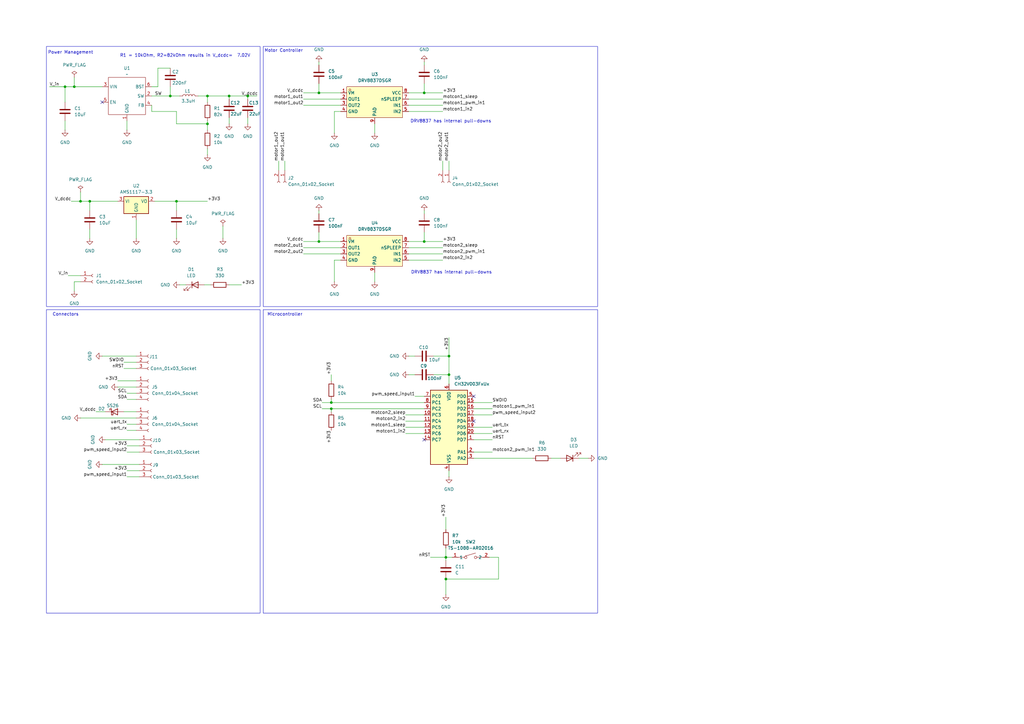
<source format=kicad_sch>
(kicad_sch (version 20250114) (generator "eeschema") (generator_version "9.0")
  (paper "A3")
  (lib_symbols
    (symbol "Connector:Conn_01x02_Socket" (pin_names (offset 1.016) (hide yes))
      (property "Reference" "J" (at 0 2.54 0))
      (property "Value" "Conn_01x02_Socket" (at 0 -5.08 0))
      (symbol "Conn_01x02_Socket_1_1"
        (polyline (pts (xy -1.27 0) (xy -0.508 0)) (stroke (width 0.1524)))
        (polyline (pts (xy -1.27 -2.54) (xy -0.508 -2.54)) (stroke (width 0.1524)))
        (arc (start 0 -0.508) (mid -0.5058 0) (end 0 0.508) (stroke (width 0.1524)))
        (arc (start 0 -3.048) (mid -0.5058 -2.54) (end 0 -2.032) (stroke (width 0.1524)))
        (pin passive line (at -5.08 0 0) (length 3.81) (name "Pin_1") (number "1"))
        (pin passive line (at -5.08 -2.54 0) (length 3.81) (name "Pin_2") (number "2"))
      )
    )
    (symbol "Connector:Conn_01x03_Socket" (pin_names (offset 1.016) (hide yes))
      (property "Reference" "J" (at 0 5.08 0))
      (property "Value" "Conn_01x03_Socket" (at 0 -5.08 0))
      (symbol "Conn_01x03_Socket_1_1"
        (polyline (pts (xy -1.27 2.54) (xy -0.508 2.54)) (stroke (width 0.1524)))
        (polyline (pts (xy -1.27 0) (xy -0.508 0)) (stroke (width 0.1524)))
        (polyline (pts (xy -1.27 -2.54) (xy -0.508 -2.54)) (stroke (width 0.1524)))
        (arc (start 0 2.032) (mid -0.5058 2.54) (end 0 3.048) (stroke (width 0.1524)))
        (arc (start 0 -0.508) (mid -0.5058 0) (end 0 0.508) (stroke (width 0.1524)))
        (arc (start 0 -3.048) (mid -0.5058 -2.54) (end 0 -2.032) (stroke (width 0.1524)))
        (pin passive line (at -5.08 2.54 0) (length 3.81) (name "Pin_1") (number "1"))
        (pin passive line (at -5.08 0 0) (length 3.81) (name "Pin_2") (number "2"))
        (pin passive line (at -5.08 -2.54 0) (length 3.81) (name "Pin_3") (number "3"))
      )
    )
    (symbol "Connector:Conn_01x04_Socket" (pin_names (offset 1.016) (hide yes))
      (property "Reference" "J" (at 0 5.08 0))
      (property "Value" "Conn_01x04_Socket" (at 0 -7.62 0))
      (symbol "Conn_01x04_Socket_1_1"
        (polyline (pts (xy -1.27 2.54) (xy -0.508 2.54)) (stroke (width 0.1524)))
        (polyline (pts (xy -1.27 0) (xy -0.508 0)) (stroke (width 0.1524)))
        (polyline (pts (xy -1.27 -2.54) (xy -0.508 -2.54)) (stroke (width 0.1524)))
        (polyline (pts (xy -1.27 -5.08) (xy -0.508 -5.08)) (stroke (width 0.1524)))
        (arc (start 0 2.032) (mid -0.5058 2.54) (end 0 3.048) (stroke (width 0.1524)))
        (arc (start 0 -0.508) (mid -0.5058 0) (end 0 0.508) (stroke (width 0.1524)))
        (arc (start 0 -3.048) (mid -0.5058 -2.54) (end 0 -2.032) (stroke (width 0.1524)))
        (arc (start 0 -5.588) (mid -0.5058 -5.08) (end 0 -4.572) (stroke (width 0.1524)))
        (pin passive line (at -5.08 2.54 0) (length 3.81) (name "Pin_1") (number "1"))
        (pin passive line (at -5.08 0 0) (length 3.81) (name "Pin_2") (number "2"))
        (pin passive line (at -5.08 -2.54 0) (length 3.81) (name "Pin_3") (number "3"))
        (pin passive line (at -5.08 -5.08 0) (length 3.81) (name "Pin_4") (number "4"))
      )
    )
    (symbol "Device:C" (pin_numbers (hide yes)) (pin_names (offset 0.254))
      (property "Reference" "C" (at 0.635 2.54 0))
      (property "Value" "C" (at 0.635 -2.54 0))
      (symbol "C_0_1"
        (polyline (pts (xy -2.032 0.762) (xy 2.032 0.762)) (stroke (width 0.508)))
        (polyline (pts (xy -2.032 -0.762) (xy 2.032 -0.762)) (stroke (width 0.508)))
      )
      (symbol "C_1_1"
        (pin passive line (at 0 3.81 270) (length 2.794) (name "~") (number "1"))
        (pin passive line (at 0 -3.81 90) (length 2.794) (name "~") (number "2"))
      )
    )
    (symbol "Device:L" (pin_numbers (hide yes)) (pin_names (offset 1.016) (hide yes))
      (property "Reference" "L" (at -1.27 0 90))
      (property "Value" "L" (at 1.905 0 90))
      (symbol "L_0_1"
        (arc (start 0 2.54) (mid 0.6323 1.905) (end 0 1.27))
        (arc (start 0 1.27) (mid 0.6323 0.635) (end 0 0))
        (arc (start 0 0) (mid 0.6323 -0.635) (end 0 -1.27))
        (arc (start 0 -1.27) (mid 0.6323 -1.905) (end 0 -2.54))
      )
      (symbol "L_1_1"
        (pin passive line (at 0 3.81 270) (length 1.27) (name "1") (number "1"))
        (pin passive line (at 0 -3.81 90) (length 1.27) (name "2") (number "2"))
      )
    )
    (symbol "Device:LED" (pin_numbers (hide yes)) (pin_names (offset 1.016) (hide yes))
      (property "Reference" "D" (at 0 2.54 0))
      (property "Value" "LED" (at 0 -2.54 0))
      (symbol "LED_0_1"
        (polyline (pts (xy -3.048 -0.762) (xy -4.572 -2.286) (xy -3.81 -2.286) (xy -4.572 -2.286) (xy -4.572 -1.524)))
        (polyline (pts (xy -1.778 -0.762) (xy -3.302 -2.286) (xy -2.54 -2.286) (xy -3.302 -2.286) (xy -3.302 -1.524)))
        (polyline (pts (xy -1.27 0) (xy 1.27 0)))
        (polyline (pts (xy -1.27 -1.27) (xy -1.27 1.27)) (stroke (width 0.254)))
        (polyline (pts (xy 1.27 -1.27) (xy 1.27 1.27) (xy -1.27 0) (xy 1.27 -1.27)) (stroke (width 0.254)))
      )
      (symbol "LED_1_1"
        (pin passive line (at -3.81 0 0) (length 2.54) (name "K") (number "1"))
        (pin passive line (at 3.81 0 180) (length 2.54) (name "A") (number "2"))
      )
    )
    (symbol "Device:R" (pin_numbers (hide yes)) (pin_names (offset 0))
      (property "Reference" "R" (at 2.032 0 90))
      (property "Value" "R" (at 0 0 90))
      (symbol "R_0_1"
        (rectangle (start -1.016 -2.54) (end 1.016 2.54) (stroke (width 0.254)))
      )
      (symbol "R_1_1"
        (pin passive line (at 0 3.81 270) (length 1.27) (name "~") (number "1"))
        (pin passive line (at 0 -3.81 90) (length 1.27) (name "~") (number "2"))
      )
    )
    (symbol "Diode:SS26" (pin_numbers (hide yes)) (pin_names (offset 1.016) (hide yes))
      (property "Reference" "D" (at 0 2.54 0))
      (property "Value" "SS26" (at 0 -2.54 0))
      (symbol "SS26_0_1"
        (polyline (pts (xy -1.905 0.635) (xy -1.905 1.27) (xy -1.27 1.27) (xy -1.27 -1.27) (xy -0.635 -1.27) (xy -0.635 -0.635)) (stroke (width 0.254)))
        (polyline (pts (xy 1.27 1.27) (xy 1.27 -1.27) (xy -1.27 0) (xy 1.27 1.27)) (stroke (width 0.254)))
        (polyline (pts (xy 1.27 0) (xy -1.27 0)))
      )
      (symbol "SS26_1_1"
        (pin passive line (at -3.81 0 0) (length 2.54) (name "K") (number "1"))
        (pin passive line (at 3.81 0 180) (length 2.54) (name "A") (number "2"))
      )
    )
    (symbol "MCU_WCH_CH32V0:CH32V003FxUx"
      (property "Reference" "U" (at -7.62 17.78 0))
      (property "Value" "CH32V003FxUx" (at 7.62 17.78 0))
      (symbol "CH32V003FxUx_1_1"
        (rectangle (start -7.62 15.24) (end 7.62 -15.24) (stroke (width 0.254)) (fill (type background)))
        (pin bidirectional line (at -10.16 12.7 0) (length 2.54) (name "PC0") (number "7"))
        (pin bidirectional line (at -10.16 10.16 0) (length 2.54) (name "PC1") (number "8"))
        (pin bidirectional line (at -10.16 7.62 0) (length 2.54) (name "PC2") (number "9"))
        (pin bidirectional line (at -10.16 5.08 0) (length 2.54) (name "PC3") (number "10"))
        (pin bidirectional line (at -10.16 2.54 0) (length 2.54) (name "PC4") (number "11"))
        (pin bidirectional line (at -10.16 0 0) (length 2.54) (name "PC5") (number "12"))
        (pin bidirectional line (at -10.16 -2.54 0) (length 2.54) (name "PC6") (number "13"))
        (pin bidirectional line (at -10.16 -5.08 0) (length 2.54) (name "PC7") (number "14"))
        (pin power_in line (at 0 17.78 270) (length 2.54) (name "VDD") (number "6"))
        (pin passive line (at 0 -17.78 90) (length 2.54) (hide yes) (name "VSS") (number "21"))
        (pin power_in line (at 0 -17.78 90) (length 2.54) (name "VSS") (number "4"))
        (pin bidirectional line (at 10.16 12.7 180) (length 2.54) (name "PD0") (number "5"))
        (pin bidirectional line (at 10.16 10.16 180) (length 2.54) (name "PD1") (number "15"))
        (pin bidirectional line (at 10.16 7.62 180) (length 2.54) (name "PD2") (number "16"))
        (pin bidirectional line (at 10.16 5.08 180) (length 2.54) (name "PD3") (number "17"))
        (pin bidirectional line (at 10.16 2.54 180) (length 2.54) (name "PD4") (number "18"))
        (pin bidirectional line (at 10.16 0 180) (length 2.54) (name "PD5") (number "19"))
        (pin bidirectional line (at 10.16 -2.54 180) (length 2.54) (name "PD6") (number "20"))
        (pin bidirectional line (at 10.16 -5.08 180) (length 2.54) (name "PD7") (number "1"))
        (pin bidirectional line (at 10.16 -10.16 180) (length 2.54) (name "PA1") (number "2"))
        (pin bidirectional line (at 10.16 -12.7 180) (length 2.54) (name "PA2") (number "3"))
      )
    )
    (symbol "Regulator_Linear:AMS1117-3.3"
      (property "Reference" "U" (at -3.81 3.175 0))
      (property "Value" "AMS1117-3.3" (at 0 3.175 0))
      (symbol "AMS1117-3.3_0_1"
        (rectangle (start -5.08 -5.08) (end 5.08 1.905) (stroke (width 0.254)) (fill (type background)))
      )
      (symbol "AMS1117-3.3_1_1"
        (pin power_in line (at -7.62 0 0) (length 2.54) (name "VI") (number "3"))
        (pin power_in line (at 0 -7.62 90) (length 2.54) (name "GND") (number "1"))
        (pin power_out line (at 7.62 0 180) (length 2.54) (name "VO") (number "2"))
      )
    )
    (symbol "libs:AP62300"
      (property "Reference" "U" (at 0 0 0))
      (symbol "AP62300_0_1"
        (rectangle (start 7.62 -3.81) (end 22.86 -19.05))
      )
      (symbol "AP62300_1_1"
        (pin passive line (at 5.08 -7.62 0) (length 2.54) (name "VIN") (number "3"))
        (pin passive line (at 5.08 -13.97 0) (length 2.54) (name "EN") (number "5"))
        (pin passive line (at 15.24 -21.59 90) (length 2.54) (name "GND") (number "1"))
        (pin passive line (at 25.4 -7.62 180) (length 2.54) (name "BST") (number "6"))
        (pin passive line (at 25.4 -11.43 180) (length 2.54) (name "SW") (number "2"))
        (pin passive line (at 25.4 -15.24 180) (length 2.54) (name "FB") (number "4"))
      )
    )
    (symbol "libs:DRV8837DSGR"
      (property "Reference" "U" (at 0 8.89 0))
      (property "Value" "DRV8837DSGR" (at 0 11.43 0))
      (symbol "DRV8837DSGR_0_1"
        (rectangle (start -11.43 6.35) (end 11.43 -6.35) (fill (type background)))
        (circle (center -10.16 5.08) (radius 0.38))
        (pin passive line (at -13.97 3.81 0) (length 2.54) (name "VM") (number "1"))
        (pin passive line (at -13.97 1.27 0) (length 2.54) (name "OUT1") (number "2"))
        (pin passive line (at -13.97 -1.27 0) (length 2.54) (name "OUT2") (number "3"))
        (pin passive line (at -13.97 -3.81 0) (length 2.54) (name "GND") (number "4"))
        (pin passive line (at 13.97 3.81 180) (length 2.54) (name "VCC") (number "8"))
        (pin passive line (at 13.97 1.27 180) (length 2.54) (name "nSPLEEP") (number "7"))
        (pin passive line (at 13.97 -1.27 180) (length 2.54) (name "IN1") (number "6"))
        (pin passive line (at 13.97 -3.81 180) (length 2.54) (name "IN2") (number "5"))
      )
      (symbol "DRV8837DSGR_1_1"
        (pin passive line (at 0 -8.89 90) (length 2.54) (name "PAD") (number "9"))
      )
    )
    (symbol "libs:TS-1088-AR02016"
      (property "Reference" "SW" (at 0 5.08 0))
      (property "Value" "TS-1088-AR02016" (at 0 -5.08 0))
      (symbol "TS-1088-AR02016_0_1"
        (polyline (pts (xy -5.08 0) (xy -2.54 0)))
        (polyline (pts (xy -2.29 0.51) (xy 2.03 1.78)))
        (circle (center -2.03 0) (radius 0.51))
        (circle (center 2.03 0) (radius 0.51))
        (polyline (pts (xy 5.08 0) (xy 2.54 0)))
        (pin unspecified line (at -7.62 0 0) (length 2.54) (name "1") (number "1"))
        (pin unspecified line (at 7.62 0 180) (length 2.54) (name "2") (number "2"))
      )
    )
    (symbol "power:GND" (power) (pin_numbers (hide yes)) (pin_names (offset 0) (hide yes))
      (property "Value" "GND" (at 0 -3.81 0))
      (symbol "GND_0_1"
        (polyline (pts (xy 0 0) (xy 0 -1.27) (xy 1.27 -1.27) (xy 0 -2.54) (xy -1.27 -1.27) (xy 0 -1.27)))
      )
      (symbol "GND_1_1"
        (pin power_in line (at 0 0 270) (length 0) (name "~") (number "1"))
      )
    )
    (symbol "power:PWR_FLAG" (power) (pin_numbers (hide yes)) (pin_names (offset 0) (hide yes))
      (property "Value" "PWR_FLAG" (at 0 3.81 0))
      (symbol "PWR_FLAG_0_0"
        (pin power_out line (at 0 0 90) (length 0) (name "~") (number "1"))
      )
      (symbol "PWR_FLAG_0_1"
        (polyline (pts (xy 0 0) (xy 0 1.27) (xy -1.016 1.905) (xy 0 2.54) (xy 1.016 1.905) (xy 0 1.27)))
      )
    )
  )
  (rectangle (start 19.05 19.05) (end 106.68 125.73))
  (rectangle (start 107.95 127) (end 245.11 251.46))
  (rectangle (start 19.05 127) (end 106.68 251.46))
  (rectangle (start 107.95 19.05) (end 245.11 125.73))
  (text "Microcontroller" (at 116.84 129.032 0) (effects (font (size 1.27 1.27))))
  (text "Motor Controller" (at 116.332 20.828 0) (effects (font (size 1.27 1.27))))
  (text "DRV8837 has internal pull-downs" (at 185.166 111.76 0) (effects (font (size 1.27 1.27))))
  (text "R1 = 10kOhm, R2=82kOhm results in V_dcdc=  7.02V" (at 75.946 22.86 0) (effects (font (size 1.27 1.27))))
  (text "Power Management" (at 28.956 21.59 0) (effects (font (size 1.27 1.27))))
  (text "DRV8837 has internal pull-downs" (at 184.912 49.784 0) (effects (font (size 1.27 1.27))))
  (text "Connectors" (at 26.924 129.032 0) (effects (font (size 1.27 1.27))))
  (junction (at 182.88 237.49))
  (junction (at 33.02 82.55))
  (junction (at 101.6 39.37))
  (junction (at 130.81 38.1))
  (junction (at 93.98 39.37))
  (junction (at 184.15 146.05))
  (junction (at 130.81 99.06))
  (junction (at 69.85 39.37))
  (junction (at 85.09 39.37))
  (junction (at 135.89 165.1))
  (junction (at 173.99 38.1))
  (junction (at 36.83 82.55))
  (junction (at 135.89 167.64))
  (junction (at 184.15 153.67))
  (junction (at 182.88 228.6))
  (junction (at 173.99 99.06))
  (junction (at 30.48 35.56))
  (junction (at 26.67 35.56))
  (junction (at 85.09 50.8))
  (junction (at 72.39 82.55))
  (no_connect (at 173.99 180.34))
  (no_connect (at 194.31 172.72))
  (no_connect (at 41.91 41.91))
  (no_connect (at 194.31 162.56))
  (wire (pts (xy 124.46 104.14) (xy 139.7 104.14)))
  (wire (pts (xy 101.6 48.26) (xy 101.6 50.8)))
  (wire (pts (xy 41.91 146.05) (xy 55.88 146.05)))
  (wire (pts (xy 184.15 193.04) (xy 184.15 195.58)))
  (wire (pts (xy 57.15 193.04) (xy 52.07 193.04)))
  (wire (pts (xy 167.64 104.14) (xy 181.61 104.14)))
  (wire (pts (xy 166.37 172.72) (xy 173.99 172.72)))
  (wire (pts (xy 33.02 171.45) (xy 55.88 171.45)))
  (wire (pts (xy 93.98 48.26) (xy 93.98 50.8)))
  (wire (pts (xy 130.81 25.4) (xy 130.81 26.67)))
  (wire (pts (xy 41.91 190.5) (xy 57.15 190.5)))
  (wire (pts (xy 91.44 92.71) (xy 91.44 97.79)))
  (wire (pts (xy 36.83 82.55) (xy 48.26 82.55)))
  (wire (pts (xy 81.28 39.37) (xy 85.09 39.37)))
  (wire (pts (xy 173.99 99.06) (xy 181.61 99.06)))
  (wire (pts (xy 167.64 38.1) (xy 173.99 38.1)))
  (wire (pts (xy 173.99 38.1) (xy 181.61 38.1)))
  (wire (pts (xy 135.89 163.83) (xy 135.89 165.1)))
  (wire (pts (xy 130.81 34.29) (xy 130.81 38.1)))
  (wire (pts (xy 62.23 39.37) (xy 69.85 39.37)))
  (wire (pts (xy 181.61 66.04) (xy 181.61 69.85)))
  (wire (pts (xy 182.88 228.6) (xy 185.42 228.6)))
  (wire (pts (xy 194.31 180.34) (xy 201.93 180.34)))
  (wire (pts (xy 194.31 167.64) (xy 201.93 167.64)))
  (wire (pts (xy 52.07 161.29) (xy 55.88 161.29)))
  (wire (pts (xy 101.6 39.37) (xy 105.41 39.37)))
  (wire (pts (xy 64.77 35.56) (xy 64.77 27.94)))
  (wire (pts (xy 20.32 35.56) (xy 26.67 35.56)))
  (wire (pts (xy 124.46 101.6) (xy 139.7 101.6)))
  (wire (pts (xy 33.02 78.74) (xy 33.02 82.55)))
  (wire (pts (xy 72.39 82.55) (xy 72.39 86.36)))
  (wire (pts (xy 62.23 35.56) (xy 64.77 35.56)))
  (wire (pts (xy 57.15 182.88) (xy 52.07 182.88)))
  (wire (pts (xy 50.8 168.91) (xy 55.88 168.91)))
  (wire (pts (xy 27.94 113.03) (xy 33.02 113.03)))
  (wire (pts (xy 132.08 165.1) (xy 135.89 165.1)))
  (wire (pts (xy 85.09 60.96) (xy 85.09 63.5)))
  (wire (pts (xy 135.89 167.64) (xy 173.99 167.64)))
  (wire (pts (xy 62.23 45.72) (xy 62.23 43.18)))
  (wire (pts (xy 184.15 146.05) (xy 184.15 153.67)))
  (wire (pts (xy 194.31 187.96) (xy 218.44 187.96)))
  (wire (pts (xy 64.77 27.94) (xy 69.85 27.94)))
  (wire (pts (xy 177.8 153.67) (xy 184.15 153.67)))
  (wire (pts (xy 170.18 162.56) (xy 173.99 162.56)))
  (wire (pts (xy 39.37 168.91) (xy 43.18 168.91)))
  (wire (pts (xy 85.09 49.53) (xy 85.09 50.8)))
  (wire (pts (xy 139.7 45.72) (xy 137.16 45.72)))
  (wire (pts (xy 57.15 185.42) (xy 52.07 185.42)))
  (wire (pts (xy 33.02 82.55) (xy 36.83 82.55)))
  (wire (pts (xy 130.81 38.1) (xy 139.7 38.1)))
  (wire (pts (xy 29.21 82.55) (xy 33.02 82.55)))
  (wire (pts (xy 184.15 66.04) (xy 184.15 69.85)))
  (wire (pts (xy 30.48 35.56) (xy 41.91 35.56)))
  (wire (pts (xy 124.46 99.06) (xy 130.81 99.06)))
  (wire (pts (xy 167.64 101.6) (xy 181.61 101.6)))
  (wire (pts (xy 30.48 115.57) (xy 30.48 119.38)))
  (wire (pts (xy 43.18 180.34) (xy 57.15 180.34)))
  (wire (pts (xy 130.81 99.06) (xy 139.7 99.06)))
  (wire (pts (xy 93.98 116.84) (xy 99.06 116.84)))
  (wire (pts (xy 167.64 45.72) (xy 181.61 45.72)))
  (wire (pts (xy 226.06 187.96) (xy 229.87 187.96)))
  (wire (pts (xy 184.15 153.67) (xy 184.15 157.48)))
  (wire (pts (xy 167.64 106.68) (xy 181.61 106.68)))
  (wire (pts (xy 167.64 146.05) (xy 170.18 146.05)))
  (wire (pts (xy 93.98 39.37) (xy 101.6 39.37)))
  (wire (pts (xy 69.85 39.37) (xy 73.66 39.37)))
  (wire (pts (xy 200.66 228.6) (xy 204.47 228.6)))
  (wire (pts (xy 57.15 195.58) (xy 52.07 195.58)))
  (wire (pts (xy 167.64 153.67) (xy 170.18 153.67)))
  (wire (pts (xy 63.5 82.55) (xy 72.39 82.55)))
  (wire (pts (xy 237.49 187.96) (xy 241.3 187.96)))
  (wire (pts (xy 85.09 39.37) (xy 93.98 39.37)))
  (wire (pts (xy 72.39 82.55) (xy 85.09 82.55)))
  (wire (pts (xy 55.88 148.59) (xy 50.8 148.59)))
  (wire (pts (xy 173.99 95.25) (xy 173.99 99.06)))
  (wire (pts (xy 33.02 115.57) (xy 30.48 115.57)))
  (wire (pts (xy 85.09 50.8) (xy 85.09 53.34)))
  (wire (pts (xy 166.37 177.8) (xy 173.99 177.8)))
  (wire (pts (xy 173.99 25.4) (xy 173.99 26.67)))
  (wire (pts (xy 48.26 158.75) (xy 55.88 158.75)))
  (wire (pts (xy 182.88 228.6) (xy 182.88 229.87)))
  (wire (pts (xy 132.08 167.64) (xy 135.89 167.64)))
  (wire (pts (xy 55.88 90.17) (xy 55.88 97.79)))
  (wire (pts (xy 167.64 43.18) (xy 181.61 43.18)))
  (wire (pts (xy 52.07 49.53) (xy 52.07 53.34)))
  (wire (pts (xy 194.31 170.18) (xy 201.93 170.18)))
  (wire (pts (xy 93.98 39.37) (xy 93.98 40.64)))
  (wire (pts (xy 114.3 66.04) (xy 114.3 69.85)))
  (wire (pts (xy 137.16 106.68) (xy 137.16 115.57)))
  (wire (pts (xy 85.09 39.37) (xy 85.09 41.91)))
  (wire (pts (xy 52.07 173.99) (xy 55.88 173.99)))
  (wire (pts (xy 139.7 106.68) (xy 137.16 106.68)))
  (wire (pts (xy 55.88 151.13) (xy 50.8 151.13)))
  (wire (pts (xy 69.85 35.56) (xy 69.85 39.37)))
  (wire (pts (xy 116.84 66.04) (xy 116.84 69.85)))
  (wire (pts (xy 167.64 40.64) (xy 181.61 40.64)))
  (wire (pts (xy 184.15 138.43) (xy 184.15 146.05)))
  (wire (pts (xy 194.31 165.1) (xy 201.93 165.1)))
  (wire (pts (xy 26.67 35.56) (xy 30.48 35.56)))
  (wire (pts (xy 182.88 212.09) (xy 182.88 217.17)))
  (wire (pts (xy 48.26 156.21) (xy 55.88 156.21)))
  (wire (pts (xy 173.99 34.29) (xy 173.99 38.1)))
  (wire (pts (xy 182.88 224.79) (xy 182.88 228.6)))
  (wire (pts (xy 137.16 45.72) (xy 137.16 54.61)))
  (wire (pts (xy 177.8 146.05) (xy 184.15 146.05)))
  (wire (pts (xy 194.31 177.8) (xy 201.93 177.8)))
  (wire (pts (xy 173.99 86.36) (xy 173.99 87.63)))
  (wire (pts (xy 204.47 228.6) (xy 204.47 237.49)))
  (wire (pts (xy 130.81 95.25) (xy 130.81 99.06)))
  (wire (pts (xy 166.37 170.18) (xy 173.99 170.18)))
  (wire (pts (xy 124.46 40.64) (xy 139.7 40.64)))
  (wire (pts (xy 135.89 165.1) (xy 173.99 165.1)))
  (wire (pts (xy 166.37 175.26) (xy 173.99 175.26)))
  (wire (pts (xy 72.39 93.98) (xy 72.39 97.79)))
  (wire (pts (xy 62.23 45.72) (xy 72.39 45.72)))
  (wire (pts (xy 83.82 116.84) (xy 86.36 116.84)))
  (wire (pts (xy 194.31 185.42) (xy 201.93 185.42)))
  (wire (pts (xy 153.67 111.76) (xy 153.67 115.57)))
  (wire (pts (xy 26.67 49.53) (xy 26.67 53.34)))
  (wire (pts (xy 72.39 45.72) (xy 72.39 50.8)))
  (wire (pts (xy 167.64 99.06) (xy 173.99 99.06)))
  (wire (pts (xy 26.67 35.56) (xy 26.67 41.91)))
  (wire (pts (xy 36.83 93.98) (xy 36.83 97.79)))
  (wire (pts (xy 176.53 228.6) (xy 182.88 228.6)))
  (wire (pts (xy 194.31 175.26) (xy 201.93 175.26)))
  (wire (pts (xy 30.48 31.75) (xy 30.48 35.56)))
  (wire (pts (xy 204.47 237.49) (xy 182.88 237.49)))
  (wire (pts (xy 135.89 153.67) (xy 135.89 156.21)))
  (wire (pts (xy 101.6 39.37) (xy 101.6 40.64)))
  (wire (pts (xy 73.66 116.84) (xy 76.2 116.84)))
  (wire (pts (xy 52.07 163.83) (xy 55.88 163.83)))
  (wire (pts (xy 36.83 82.55) (xy 36.83 86.36)))
  (wire (pts (xy 153.67 50.8) (xy 153.67 54.61)))
  (wire (pts (xy 124.46 38.1) (xy 130.81 38.1)))
  (wire (pts (xy 72.39 50.8) (xy 85.09 50.8)))
  (wire (pts (xy 124.46 43.18) (xy 139.7 43.18)))
  (wire (pts (xy 182.88 237.49) (xy 182.88 243.84)))
  (wire (pts (xy 135.89 167.64) (xy 135.89 168.91)))
  (wire (pts (xy 52.07 176.53) (xy 55.88 176.53)))
  (wire (pts (xy 130.81 86.36) (xy 130.81 87.63)))
  (label "V_dcdc" (at 124.46 99.06 180))
  (label "V_dcdc" (at 124.46 38.1 180))
  (label "V_dcdc" (at 39.37 168.91 180))
  (label "uart_rx" (at 201.93 177.8 0))
  (label "+3V3" (at 135.89 153.67 90))
  (label "+3V3" (at 52.07 182.88 180))
  (label "motcon1_in2" (at 181.61 45.72 0))
  (label "motor1_out1" (at 116.84 66.04 90))
  (label "+3V3" (at 184.15 138.43 270))
  (label "motor2_out2" (at 124.46 104.14 180))
  (label "+3V3" (at 135.89 176.53 270))
  (label "SWDIO" (at 50.8 148.59 180))
  (label "motcon2_in2" (at 166.37 172.72 180))
  (label "motor2_out2" (at 181.61 66.04 90))
  (label "motcon2_sleep" (at 181.61 101.6 0))
  (label "motcon1_sleep" (at 181.61 40.64 0))
  (label "motor1_out1" (at 124.46 40.64 180))
  (label "nRST" (at 176.53 228.6 180))
  (label "+3V3" (at 85.09 82.55 0))
  (label "motcon1_sleep" (at 166.37 175.26 180))
  (label "+3V3" (at 99.06 116.84 0))
  (label "SDA" (at 132.08 165.1 180))
  (label "uart_tx" (at 52.07 173.99 180))
  (label "uart_rx" (at 52.07 176.53 180))
  (label "uart_tx" (at 201.93 175.26 0))
  (label "+3V3" (at 181.61 99.06 0))
  (label "pwm_speed_input1" (at 52.07 195.58 180))
  (label "nRST" (at 201.93 180.34 0))
  (label "nRST" (at 50.8 151.13 180))
  (label "pwm_speed_input2" (at 201.93 170.18 0))
  (label "motcon1_pwm_in1" (at 201.93 167.64 0))
  (label "motcon2_sleep" (at 166.37 170.18 180))
  (label "motor2_out1" (at 124.46 101.6 180))
  (label "motcon1_pwm_in1" (at 181.61 43.18 0))
  (label "SDA" (at 52.07 163.83 180))
  (label "V_dcdc" (at 99.06 39.37 0))
  (label "V_in" (at 20.32 35.56 0))
  (label "V_dcdc" (at 29.21 82.55 180))
  (label "motor2_out1" (at 184.15 66.04 90))
  (label "V_in" (at 27.94 113.03 180))
  (label "+3V3" (at 182.88 212.09 90))
  (label "SW" (at 63.5 39.37 0))
  (label "pwm_speed_input2" (at 52.07 185.42 180))
  (label "pwm_speed_input1" (at 170.18 162.56 180))
  (label "motcon2_in2" (at 181.61 106.68 0))
  (label "motor1_out2" (at 124.46 43.18 180))
  (label "SCL" (at 52.07 161.29 180))
  (label "SWDIO" (at 201.93 165.1 0))
  (label "motcon2_pwm_in1" (at 181.61 104.14 0))
  (label "motor1_out2" (at 114.3 66.04 90))
  (label "+3V3" (at 181.61 38.1 0))
  (label "motcon2_pwm_in1" (at 201.93 185.42 0))
  (label "+3V3" (at 52.07 193.04 180))
  (label "motcon1_in2" (at 166.37 177.8 180))
  (label "+3V3" (at 48.26 156.21 180))
  (label "SCL" (at 132.08 167.64 180))
  (symbol (lib_id "Connector:Conn_01x03_Socket") (at 60.96 148.59 0) (unit 1)
    (property "Reference" "J11" (at 62.992 146.304 0))
    (property "Value" "Conn_01x03_Socket" (at 71.12 151.13 0))
    (property "Footprint" "Connector_JST:JST_PH_B3B-PH-K_1x03_P2.00mm_Vertical" (effects (hide yes)))
    (property "Description" "Generic connector, single row, 01x03, script generated" (effects (hide yes)))
  )
  (symbol (lib_id "Device:R") (at 135.89 160.02 0) (unit 1)
    (property "Reference" "R4" (at 138.43 158.7499 0) (effects (justify left)))
    (property "Value" "10k" (at 138.43 161.2899 0) (effects (justify left)))
    (property "Footprint" "Resistor_SMD:R_0805_2012Metric_Pad1.20x1.40mm_HandSolder" (effects (hide yes)))
    (property "Description" "Resistor" (effects (hide yes)))
  )
  (symbol (lib_id "power:GND") (at 137.16 115.57 0) (unit 1)
    (property "Reference" "#PWR016" (effects (hide yes)))
    (property "Value" "GND" (at 137.16 120.65 0))
    (property "Description" "Power symbol creates a global label with name \"GND\" , ground" (effects (hide yes)))
  )
  (symbol (lib_id "Device:C") (at 26.67 45.72 0) (unit 1)
    (property "Reference" "C1" (at 30.48 44.4499 0) (effects (justify left)))
    (property "Value" "10uF" (at 30.48 46.9899 0) (effects (justify left)))
    (property "Footprint" "Capacitor_SMD:C_0805_2012Metric_Pad1.18x1.45mm_HandSolder" (effects (hide yes)))
    (property "Description" "Unpolarized capacitor" (effects (hide yes)))
  )
  (symbol (lib_id "Device:C") (at 69.85 31.75 0) (unit 1)
    (property "Reference" "C2" (at 70.612 29.464 0) (effects (justify left)))
    (property "Value" "220nF" (at 70.612 34.036 0) (effects (justify left)))
    (property "Footprint" "Capacitor_SMD:C_0805_2012Metric_Pad1.18x1.45mm_HandSolder" (effects (hide yes)))
    (property "Description" "Unpolarized capacitor" (effects (hide yes)))
  )
  (symbol (lib_id "power:GND") (at 167.64 153.67 270) (unit 1)
    (property "Reference" "#PWR020" (effects (hide yes)))
    (property "Value" "GND" (at 163.83 153.6699 90) (effects (justify right)))
    (property "Description" "Power symbol creates a global label with name \"GND\" , ground" (effects (hide yes)))
  )
  (symbol (lib_id "libs:DRV8837DSGR") (at 153.67 102.87 0) (unit 1)
    (property "Reference" "U4" (at 153.67 91.44 0))
    (property "Value" "DRV8837DSGR" (at 153.67 93.98 0))
    (property "Footprint" "libs:WSON-8_L2.0-W2.0-P0.50-TL-EP" (effects (hide yes)))
    (property "Datasheet" "https://lcsc.com/product-detail/Motor-Drivers_TI_DRV8837DSGR_DRV8837DSGR_C39159.html" (effects (hide yes)))
    (property "LCSC Part" "C39159" (effects (hide yes)))
  )
  (symbol (lib_id "Connector:Conn_01x02_Socket") (at 38.1 113.03 0) (unit 1)
    (property "Reference" "J1" (at 39.37 113.0299 0) (effects (justify left)))
    (property "Value" "Conn_01x02_Socket" (at 39.37 115.5699 0) (effects (justify left)))
    (property "Footprint" "Connector_JST:JST_PH_B2B-PH-K_1x02_P2.00mm_Vertical" (effects (hide yes)))
    (property "Description" "Generic connector, single row, 01x02, script generated" (effects (hide yes)))
  )
  (symbol (lib_id "Device:C") (at 130.81 30.48 0) (unit 1)
    (property "Reference" "C5" (at 134.62 29.2099 0) (effects (justify left)))
    (property "Value" "100nF" (at 134.62 31.7499 0) (effects (justify left)))
    (property "Footprint" "Capacitor_SMD:C_0805_2012Metric_Pad1.18x1.45mm_HandSolder" (effects (hide yes)))
    (property "Description" "Unpolarized capacitor" (effects (hide yes)))
  )
  (symbol (lib_id "power:GND") (at 182.88 243.84 0) (unit 1)
    (property "Reference" "#PWR022" (effects (hide yes)))
    (property "Value" "GND" (at 182.88 248.92 0))
    (property "Description" "Power symbol creates a global label with name \"GND\" , ground" (effects (hide yes)))
  )
  (symbol (lib_id "power:GND") (at 101.6 50.8 0) (unit 1)
    (property "Reference" "#PWR023" (effects (hide yes)))
    (property "Value" "GND" (at 101.6 55.88 0))
    (property "Description" "Power symbol creates a global label with name \"GND\" , ground" (effects (hide yes)))
  )
  (symbol (lib_id "Device:R") (at 222.25 187.96 90) (unit 1)
    (property "Reference" "R6" (at 222.25 181.61 90))
    (property "Value" "330" (at 222.25 184.15 90))
    (property "Footprint" "Resistor_SMD:R_0805_2012Metric_Pad1.20x1.40mm_HandSolder" (effects (hide yes)))
    (property "Description" "Resistor" (effects (hide yes)))
  )
  (symbol (lib_id "libs:DRV8837DSGR") (at 153.67 41.91 0) (unit 1)
    (property "Reference" "U3" (at 153.67 30.48 0))
    (property "Value" "DRV8837DSGR" (at 153.67 33.02 0))
    (property "Footprint" "libs:WSON-8_L2.0-W2.0-P0.50-TL-EP" (effects (hide yes)))
    (property "Datasheet" "https://lcsc.com/product-detail/Motor-Drivers_TI_DRV8837DSGR_DRV8837DSGR_C39159.html" (effects (hide yes)))
    (property "LCSC Part" "C39159" (effects (hide yes)))
  )
  (symbol (lib_id "Device:C") (at 173.99 153.67 90) (unit 1)
    (property "Reference" "C9" (at 173.736 150.114 90))
    (property "Value" "100nF" (at 178.308 155.194 90))
    (property "Footprint" "Capacitor_SMD:C_0805_2012Metric_Pad1.18x1.45mm_HandSolder" (effects (hide yes)))
    (property "Description" "Unpolarized capacitor" (effects (hide yes)))
  )
  (symbol (lib_id "Device:R") (at 85.09 45.72 0) (unit 1)
    (property "Reference" "R1" (at 87.63 44.4499 0) (effects (justify left)))
    (property "Value" "82k" (at 87.63 46.9899 0) (effects (justify left)))
    (property "Footprint" "Resistor_SMD:R_0805_2012Metric_Pad1.20x1.40mm_HandSolder" (effects (hide yes)))
    (property "Description" "Resistor" (effects (hide yes)))
  )
  (symbol (lib_id "power:GND") (at 55.88 97.79 0) (unit 1)
    (property "Reference" "#PWR07" (effects (hide yes)))
    (property "Value" "GND" (at 55.88 102.87 0))
    (property "Description" "Power symbol creates a global label with name \"GND\" , ground" (effects (hide yes)))
  )
  (symbol (lib_id "Connector:Conn_01x03_Socket") (at 62.23 182.88 0) (unit 1)
    (property "Reference" "J10" (at 64.262 180.594 0))
    (property "Value" "Conn_01x03_Socket" (at 72.39 185.42 0))
    (property "Footprint" "Connector_JST:JST_PH_B3B-PH-K_1x03_P2.00mm_Vertical" (effects (hide yes)))
    (property "Description" "Generic connector, single row, 01x03, script generated" (effects (hide yes)))
  )
  (symbol (lib_id "power:GND") (at 241.3 187.96 90) (unit 1)
    (property "Reference" "#PWR026" (effects (hide yes)))
    (property "Value" "GND" (at 245.11 187.9599 90) (effects (justify right)))
    (property "Description" "Power symbol creates a global label with name \"GND\" , ground" (effects (hide yes)))
  )
  (symbol (lib_id "Connector:Conn_01x04_Socket") (at 60.96 158.75 0) (unit 1)
    (property "Reference" "J5" (at 62.23 158.7499 0) (effects (justify left)))
    (property "Value" "Conn_01x04_Socket" (at 62.23 161.2899 0) (effects (justify left)))
    (property "Footprint" "Connector_JST:JST_PH_B4B-PH-K_1x04_P2.00mm_Vertical" (effects (hide yes)))
    (property "Description" "Generic connector, single row, 01x04, script generated" (effects (hide yes)))
  )
  (symbol (lib_id "Device:C") (at 173.99 30.48 0) (unit 1)
    (property "Reference" "C6" (at 177.8 29.2099 0) (effects (justify left)))
    (property "Value" "100nF" (at 177.8 31.7499 0) (effects (justify left)))
    (property "Footprint" "Capacitor_SMD:C_0805_2012Metric_Pad1.18x1.45mm_HandSolder" (effects (hide yes)))
    (property "Description" "Unpolarized capacitor" (effects (hide yes)))
  )
  (symbol (lib_id "power:PWR_FLAG") (at 33.02 78.74 0) (unit 1)
    (property "Reference" "#FLG06" (effects (hide yes)))
    (property "Value" "PWR_FLAG" (at 33.02 73.66 0))
    (property "Description" "Special symbol for telling ERC where power comes from" (effects (hide yes)))
  )
  (symbol (lib_id "Connector:Conn_01x04_Socket") (at 60.96 171.45 0) (unit 1)
    (property "Reference" "J6" (at 62.23 171.4499 0) (effects (justify left)))
    (property "Value" "Conn_01x04_Socket" (at 62.23 173.9899 0) (effects (justify left)))
    (property "Footprint" "Connector_JST:JST_PH_B4B-PH-K_1x04_P2.00mm_Vertical" (effects (hide yes)))
    (property "Description" "Generic connector, single row, 01x04, script generated" (effects (hide yes)))
  )
  (symbol (lib_id "power:GND") (at 184.15 195.58 0) (unit 1)
    (property "Reference" "#PWR019" (effects (hide yes)))
    (property "Value" "GND" (at 184.15 200.66 0))
    (property "Description" "Power symbol creates a global label with name \"GND\" , ground" (effects (hide yes)))
  )
  (symbol (lib_id "power:GND") (at 43.18 180.34 270) (unit 1)
    (property "Reference" "#PWR030" (effects (hide yes)))
    (property "Value" "GND" (at 38.1 180.34 0))
    (property "Description" "Power symbol creates a global label with name \"GND\" , ground" (effects (hide yes)))
  )
  (symbol (lib_id "power:GND") (at 93.98 50.8 0) (unit 1)
    (property "Reference" "#PWR04" (effects (hide yes)))
    (property "Value" "GND" (at 93.98 55.88 0))
    (property "Description" "Power symbol creates a global label with name \"GND\" , ground" (effects (hide yes)))
  )
  (symbol (lib_id "power:GND") (at 33.02 171.45 270) (unit 1)
    (property "Reference" "#PWR025" (effects (hide yes)))
    (property "Value" "GND" (at 29.21 171.4499 90) (effects (justify right)))
    (property "Description" "Power symbol creates a global label with name \"GND\" , ground" (effects (hide yes)))
  )
  (symbol (lib_id "power:GND") (at 130.81 25.4 180) (unit 1)
    (property "Reference" "#PWR011" (effects (hide yes)))
    (property "Value" "GND" (at 130.81 20.32 0))
    (property "Description" "Power symbol creates a global label with name \"GND\" , ground" (effects (hide yes)))
  )
  (symbol (lib_id "power:GND") (at 91.44 97.79 0) (unit 1)
    (property "Reference" "#PWR027" (effects (hide yes)))
    (property "Value" "GND" (at 91.44 102.87 0))
    (property "Description" "Power symbol creates a global label with name \"GND\" , ground" (effects (hide yes)))
  )
  (symbol (lib_id "Regulator_Linear:AMS1117-3.3") (at 55.88 82.55 0) (unit 1)
    (property "Reference" "U2" (at 55.88 76.2 0))
    (property "Value" "AMS1117-3.3" (at 55.88 78.74 0))
    (property "Footprint" "Package_TO_SOT_SMD:SOT-223-3_TabPin2" (effects (hide yes)))
    (property "Datasheet" "http://www.advanced-monolithic.com/pdf/ds1117.pdf" (effects (hide yes)))
    (property "Description" "1A Low Dropout regulator, positive, 3.3V fixed output, SOT-223" (effects (hide yes)))
  )
  (symbol (lib_id "Device:L") (at 77.47 39.37 90) (unit 1)
    (property "Reference" "L1" (at 76.962 37.338 90))
    (property "Value" "3.3uH" (at 77.216 41.402 90))
    (property "Footprint" "libs:CPX0420" (effects (hide yes)))
    (property "Description" "Inductor" (effects (hide yes)))
  )
  (symbol (lib_id "power:GND") (at 73.66 116.84 270) (unit 1)
    (property "Reference" "#PWR09" (effects (hide yes)))
    (property "Value" "GND" (at 69.85 116.8399 90) (effects (justify right)))
    (property "Description" "Power symbol creates a global label with name \"GND\" , ground" (effects (hide yes)))
  )
  (symbol (lib_id "power:GND") (at 26.67 53.34 0) (unit 1)
    (property "Reference" "#PWR01" (effects (hide yes)))
    (property "Value" "GND" (at 26.67 58.42 0))
    (property "Description" "Power symbol creates a global label with name \"GND\" , ground" (effects (hide yes)))
  )
  (symbol (lib_id "Device:C") (at 101.6 44.45 0) (unit 1)
    (property "Reference" "C13" (at 102.108 42.164 0) (effects (justify left)))
    (property "Value" "22uF" (at 102.108 46.736 0) (effects (justify left)))
    (property "Footprint" "Capacitor_SMD:C_0805_2012Metric_Pad1.18x1.45mm_HandSolder" (effects (hide yes)))
    (property "Description" "Unpolarized capacitor" (effects (hide yes)))
  )
  (symbol (lib_id "power:PWR_FLAG") (at 91.44 92.71 0) (unit 1)
    (property "Reference" "#FLG04" (effects (hide yes)))
    (property "Value" "PWR_FLAG" (at 91.44 87.63 0))
    (property "Description" "Special symbol for telling ERC where power comes from" (effects (hide yes)))
  )
  (symbol (lib_id "Device:C") (at 182.88 233.68 0) (unit 1)
    (property "Reference" "C11" (at 186.69 232.4099 0) (effects (justify left)))
    (property "Value" "C" (at 186.69 234.9499 0) (effects (justify left)))
    (property "Footprint" "Capacitor_SMD:C_0805_2012Metric_Pad1.18x1.45mm_HandSolder" (effects (hide yes)))
    (property "Description" "Unpolarized capacitor" (effects (hide yes)))
  )
  (symbol (lib_id "Device:C") (at 72.39 90.17 0) (unit 1)
    (property "Reference" "C4" (at 76.2 88.8999 0) (effects (justify left)))
    (property "Value" "10uF" (at 76.2 91.4399 0) (effects (justify left)))
    (property "Footprint" "Capacitor_SMD:C_0805_2012Metric_Pad1.18x1.45mm_HandSolder" (effects (hide yes)))
    (property "Description" "Unpolarized capacitor" (effects (hide yes)))
  )
  (symbol (lib_id "Device:R") (at 135.89 172.72 0) (unit 1)
    (property "Reference" "R5" (at 138.43 171.4499 0) (effects (justify left)))
    (property "Value" "10k" (at 138.43 173.9899 0) (effects (justify left)))
    (property "Footprint" "Resistor_SMD:R_0805_2012Metric_Pad1.20x1.40mm_HandSolder" (effects (hide yes)))
    (property "Description" "Resistor" (effects (hide yes)))
  )
  (symbol (lib_id "libs:AP62300") (at 36.83 27.94 0) (unit 1)
    (property "Reference" "U1" (at 52.07 27.94 0))
    (property "Value" "~" (at 52.07 30.48 0))
    (property "Footprint" "Package_TO_SOT_SMD:TSOT-23-6_HandSoldering" (effects (hide yes)))
    (property "Datasheet" "https://www.lcsc.com/datasheet/lcsc_datasheet_2412251015_Diodes-Incorporated-AP62300TWU-7_C1883519.pdf" (effects (hide yes)))
  )
  (symbol (lib_id "power:GND") (at 52.07 53.34 0) (unit 1)
    (property "Reference" "#PWR02" (effects (hide yes)))
    (property "Value" "GND" (at 52.07 58.42 0))
    (property "Description" "Power symbol creates a global label with name \"GND\" , ground" (effects (hide yes)))
  )
  (symbol (lib_id "power:PWR_FLAG") (at 30.48 31.75 0) (unit 1)
    (property "Reference" "#FLG05" (effects (hide yes)))
    (property "Value" "PWR_FLAG" (at 30.48 26.67 0))
    (property "Description" "Special symbol for telling ERC where power comes from" (effects (hide yes)))
  )
  (symbol (lib_id "Device:R") (at 90.17 116.84 90) (unit 1)
    (property "Reference" "R3" (at 90.17 110.49 90))
    (property "Value" "330" (at 90.17 113.03 90))
    (property "Footprint" "Resistor_SMD:R_0805_2012Metric_Pad1.20x1.40mm_HandSolder" (effects (hide yes)))
    (property "Description" "Resistor" (effects (hide yes)))
  )
  (symbol (lib_id "power:GND") (at 173.99 25.4 180) (unit 1)
    (property "Reference" "#PWR012" (effects (hide yes)))
    (property "Value" "GND" (at 173.99 20.32 0))
    (property "Description" "Power symbol creates a global label with name \"GND\" , ground" (effects (hide yes)))
  )
  (symbol (lib_id "power:GND") (at 41.91 190.5 270) (unit 1)
    (property "Reference" "#PWR029" (effects (hide yes)))
    (property "Value" "GND" (at 36.83 190.5 0))
    (property "Description" "Power symbol creates a global label with name \"GND\" , ground" (effects (hide yes)))
  )
  (symbol (lib_id "Device:LED") (at 80.01 116.84 0) (unit 1)
    (property "Reference" "D1" (at 78.4225 110.49 0))
    (property "Value" "LED" (at 78.4225 113.03 0))
    (property "Footprint" "LED_SMD:LED_0805_2012Metric" (effects (hide yes)))
    (property "Description" "Light emitting diode" (effects (hide yes)))
    (property "Sim.Pins" "1=K 2=A" (effects (hide yes)))
  )
  (symbol (lib_id "Device:C") (at 36.83 90.17 0) (unit 1)
    (property "Reference" "C3" (at 40.64 88.8999 0) (effects (justify left)))
    (property "Value" "10uF" (at 40.64 91.4399 0) (effects (justify left)))
    (property "Footprint" "Capacitor_SMD:C_0805_2012Metric_Pad1.18x1.45mm_HandSolder" (effects (hide yes)))
    (property "Description" "Unpolarized capacitor" (effects (hide yes)))
  )
  (symbol (lib_id "Device:C") (at 173.99 146.05 90) (unit 1)
    (property "Reference" "C10" (at 173.736 142.494 90))
    (property "Value" "10uF" (at 178.308 147.574 90))
    (property "Footprint" "Capacitor_SMD:C_0805_2012Metric_Pad1.18x1.45mm_HandSolder" (effects (hide yes)))
    (property "Description" "Unpolarized capacitor" (effects (hide yes)))
  )
  (symbol (lib_id "MCU_WCH_CH32V0:CH32V003FxUx") (at 184.15 175.26 0) (unit 1)
    (property "Reference" "U5" (at 186.2933 154.94 0) (effects (justify left)))
    (property "Value" "CH32V003FxUx" (at 186.2933 157.48 0) (effects (justify left)))
    (property "Footprint" "Package_DFN_QFN:QFN-20-1EP_3x3mm_P0.4mm_EP1.65x1.65mm" (effects (hide yes)))
    (property "Datasheet" "https://www.wch-ic.com/products/CH32V003.html" (effects (hide yes)))
    (property "Description" "CH32V003 series are industrial-grade general-purpose microcontrollers designed based on 32-bit RISC-V instruction set and architecture. It adopts QingKe V2A core, RV32EC instruction set, and supports 2 levels of interrupt nesting. The series are mounted with rich peripheral interfaces and function modules. Its internal organizational structure meets the low-cost and low-power embedded application scenarios." (effects (hide yes)))
  )
  (symbol (lib_id "Device:C") (at 93.98 44.45 0) (unit 1)
    (property "Reference" "C12" (at 94.488 42.164 0) (effects (justify left)))
    (property "Value" "22uF" (at 94.488 46.736 0) (effects (justify left)))
    (property "Footprint" "Capacitor_SMD:C_0805_2012Metric_Pad1.18x1.45mm_HandSolder" (effects (hide yes)))
    (property "Description" "Unpolarized capacitor" (effects (hide yes)))
  )
  (symbol (lib_id "Device:R") (at 85.09 57.15 0) (unit 1)
    (property "Reference" "R2" (at 87.63 55.8799 0) (effects (justify left)))
    (property "Value" "10k" (at 87.63 58.4199 0) (effects (justify left)))
    (property "Footprint" "Resistor_SMD:R_0805_2012Metric_Pad1.20x1.40mm_HandSolder" (effects (hide yes)))
    (property "Description" "Resistor" (effects (hide yes)))
  )
  (symbol (lib_id "Device:R") (at 182.88 220.98 0) (unit 1)
    (property "Reference" "R7" (at 185.42 219.7099 0) (effects (justify left)))
    (property "Value" "10k" (at 185.42 222.2499 0) (effects (justify left)))
    (property "Footprint" "Resistor_SMD:R_0805_2012Metric_Pad1.20x1.40mm_HandSolder" (effects (hide yes)))
    (property "Description" "Resistor" (effects (hide yes)))
  )
  (symbol (lib_id "Device:LED") (at 233.68 187.96 180) (unit 1)
    (property "Reference" "D3" (at 235.2675 180.34 0))
    (property "Value" "LED" (at 235.2675 182.88 0))
    (property "Footprint" "LED_SMD:LED_0805_2012Metric" (effects (hide yes)))
    (property "Description" "Light emitting diode" (effects (hide yes)))
    (property "Sim.Pins" "1=K 2=A" (effects (hide yes)))
  )
  (symbol (lib_id "power:GND") (at 153.67 115.57 0) (unit 1)
    (property "Reference" "#PWR017" (effects (hide yes)))
    (property "Value" "GND" (at 153.67 120.65 0))
    (property "Description" "Power symbol creates a global label with name \"GND\" , ground" (effects (hide yes)))
  )
  (symbol (lib_id "power:GND") (at 36.83 97.79 0) (unit 1)
    (property "Reference" "#PWR05" (effects (hide yes)))
    (property "Value" "GND" (at 36.83 102.87 0))
    (property "Description" "Power symbol creates a global label with name \"GND\" , ground" (effects (hide yes)))
  )
  (symbol (lib_id "power:GND") (at 72.39 97.79 0) (unit 1)
    (property "Reference" "#PWR06" (effects (hide yes)))
    (property "Value" "GND" (at 72.39 102.87 0))
    (property "Description" "Power symbol creates a global label with name \"GND\" , ground" (effects (hide yes)))
  )
  (symbol (lib_id "power:GND") (at 173.99 86.36 180) (unit 1)
    (property "Reference" "#PWR018" (effects (hide yes)))
    (property "Value" "GND" (at 173.99 81.28 0))
    (property "Description" "Power symbol creates a global label with name \"GND\" , ground" (effects (hide yes)))
  )
  (symbol (lib_id "Connector:Conn_01x02_Socket") (at 116.84 74.93 270) (unit 1)
    (property "Reference" "J2" (at 118.11 73.0249 90) (effects (justify left)))
    (property "Value" "Conn_01x02_Socket" (at 118.11 75.5649 90) (effects (justify left)))
    (property "Footprint" "Connector_JST:JST_PH_B2B-PH-K_1x02_P2.00mm_Vertical" (effects (hide yes)))
    (property "Description" "Generic connector, single row, 01x02, script generated" (effects (hide yes)))
  )
  (symbol (lib_id "power:GND") (at 167.64 146.05 270) (unit 1)
    (property "Reference" "#PWR021" (effects (hide yes)))
    (property "Value" "GND" (at 163.83 146.0499 90) (effects (justify right)))
    (property "Description" "Power symbol creates a global label with name \"GND\" , ground" (effects (hide yes)))
  )
  (symbol (lib_id "power:GND") (at 137.16 54.61 0) (unit 1)
    (property "Reference" "#PWR013" (effects (hide yes)))
    (property "Value" "GND" (at 137.16 59.69 0))
    (property "Description" "Power symbol creates a global label with name \"GND\" , ground" (effects (hide yes)))
  )
  (symbol (lib_id "Connector:Conn_01x02_Socket") (at 184.15 74.93 270) (unit 1)
    (property "Reference" "J4" (at 185.42 73.0249 90) (effects (justify left)))
    (property "Value" "Conn_01x02_Socket" (at 185.42 75.5649 90) (effects (justify left)))
    (property "Footprint" "Connector_JST:JST_PH_B2B-PH-K_1x02_P2.00mm_Vertical" (effects (hide yes)))
    (property "Description" "Generic connector, single row, 01x02, script generated" (effects (hide yes)))
  )
  (symbol (lib_id "power:GND") (at 153.67 54.61 0) (unit 1)
    (property "Reference" "#PWR014" (effects (hide yes)))
    (property "Value" "GND" (at 153.67 59.69 0))
    (property "Description" "Power symbol creates a global label with name \"GND\" , ground" (effects (hide yes)))
  )
  (symbol (lib_id "Device:C") (at 130.81 91.44 0) (unit 1)
    (property "Reference" "C7" (at 134.62 90.1699 0) (effects (justify left)))
    (property "Value" "100nF" (at 134.62 92.7099 0) (effects (justify left)))
    (property "Footprint" "Capacitor_SMD:C_0805_2012Metric_Pad1.18x1.45mm_HandSolder" (effects (hide yes)))
    (property "Description" "Unpolarized capacitor" (effects (hide yes)))
  )
  (symbol (lib_id "power:GND") (at 48.26 158.75 270) (unit 1)
    (property "Reference" "#PWR024" (effects (hide yes)))
    (property "Value" "GND" (at 44.45 158.7499 90) (effects (justify right)))
    (property "Description" "Power symbol creates a global label with name \"GND\" , ground" (effects (hide yes)))
  )
  (symbol (lib_id "power:GND") (at 85.09 63.5 0) (unit 1)
    (property "Reference" "#PWR03" (effects (hide yes)))
    (property "Value" "GND" (at 85.09 68.58 0))
    (property "Description" "Power symbol creates a global label with name \"GND\" , ground" (effects (hide yes)))
  )
  (symbol (lib_id "Device:C") (at 173.99 91.44 0) (unit 1)
    (property "Reference" "C8" (at 177.8 90.1699 0) (effects (justify left)))
    (property "Value" "100nF" (at 177.8 92.7099 0) (effects (justify left)))
    (property "Footprint" "Capacitor_SMD:C_0805_2012Metric_Pad1.18x1.45mm_HandSolder" (effects (hide yes)))
    (property "Description" "Unpolarized capacitor" (effects (hide yes)))
  )
  (symbol (lib_id "power:GND") (at 41.91 146.05 270) (unit 1)
    (property "Reference" "#PWR031" (effects (hide yes)))
    (property "Value" "GND" (at 36.83 146.05 0))
    (property "Description" "Power symbol creates a global label with name \"GND\" , ground" (effects (hide yes)))
  )
  (symbol (lib_id "Connector:Conn_01x03_Socket") (at 62.23 193.04 0) (unit 1)
    (property "Reference" "J9" (at 63.754 190.754 0))
    (property "Value" "Conn_01x03_Socket" (at 72.136 195.58 0))
    (property "Footprint" "Connector_JST:JST_PH_B3B-PH-K_1x03_P2.00mm_Vertical" (effects (hide yes)))
    (property "Description" "Generic connector, single row, 01x03, script generated" (effects (hide yes)))
  )
  (symbol (lib_id "libs:TS-1088-AR02016") (at 193.04 228.6 0) (unit 1)
    (property "Reference" "SW2" (at 193.04 222.25 0))
    (property "Value" "TS-1088-AR02016" (at 193.04 224.79 0))
    (property "Footprint" "libs:SW-SMD_L3.9-W3.0-P4.45" (effects (hide yes)))
    (property "Datasheet" "https://lcsc.com/product-detail/Tactile-Switches_XUNPU-TS-1088-AR02016_C720477.html" (effects (hide yes)))
    (property "LCSC Part" "C720477" (effects (hide yes)))
  )
  (symbol (lib_id "power:GND") (at 30.48 119.38 0) (unit 1)
    (property "Reference" "#PWR08" (effects (hide yes)))
    (property "Value" "GND" (at 30.48 124.46 0))
    (property "Description" "Power symbol creates a global label with name \"GND\" , ground" (effects (hide yes)))
  )
  (symbol (lib_id "Diode:SS26") (at 46.99 168.91 0) (unit 1)
    (property "Reference" "D2" (at 41.656 167.64 0))
    (property "Value" "SS26" (at 46.228 166.37 0))
    (property "Footprint" "Diode_SMD:D_SMA" (effects (hide yes)))
    (property "Datasheet" "https://www.vishay.com/docs/88748/ss22.pdf" (effects (hide yes)))
    (property "Description" "60V 2A Schottky Diode, SMA" (effects (hide yes)))
  )
  (symbol (lib_id "power:GND") (at 130.81 86.36 180) (unit 1)
    (property "Reference" "#PWR015" (effects (hide yes)))
    (property "Value" "GND" (at 130.81 81.28 0))
    (property "Description" "Power symbol creates a global label with name \"GND\" , ground" (effects (hide yes)))
  )
)
</source>
